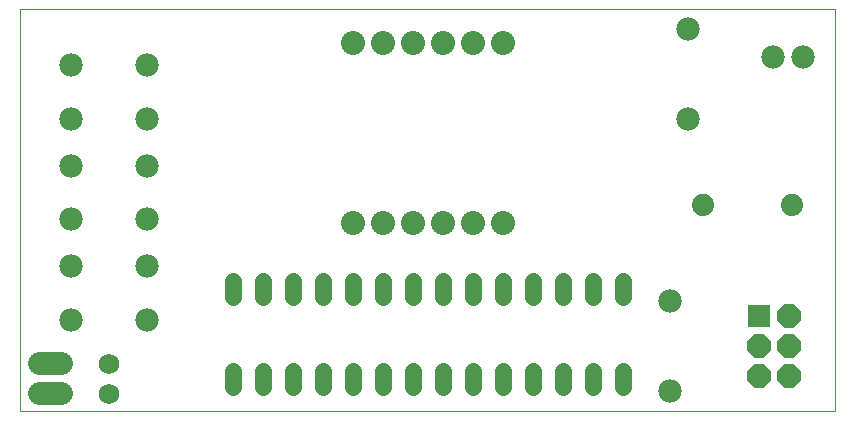
<source format=gbs>
G75*
G70*
%OFA0B0*%
%FSLAX24Y24*%
%IPPOS*%
%LPD*%
%AMOC8*
5,1,8,0,0,1.08239X$1,22.5*
%
%ADD10C,0.0000*%
%ADD11C,0.0800*%
%ADD12C,0.0560*%
%ADD13C,0.0780*%
%ADD14C,0.0690*%
%ADD15C,0.0780*%
%ADD16R,0.0780X0.0780*%
%ADD17OC8,0.0780*%
%ADD18C,0.0740*%
D10*
X000150Y003319D02*
X000150Y016704D01*
X027315Y016704D01*
X027315Y003319D01*
X000150Y003319D01*
D11*
X011233Y009571D03*
X012233Y009571D03*
X013233Y009571D03*
X014233Y009571D03*
X015233Y009571D03*
X016233Y009571D03*
X016233Y015571D03*
X015233Y015571D03*
X014233Y015571D03*
X013233Y015571D03*
X012233Y015571D03*
X011233Y015571D03*
D12*
X011233Y007638D02*
X011233Y007118D01*
X010233Y007118D02*
X010233Y007638D01*
X009233Y007638D02*
X009233Y007118D01*
X008233Y007118D02*
X008233Y007638D01*
X007233Y007638D02*
X007233Y007118D01*
X007233Y004638D02*
X007233Y004118D01*
X008233Y004118D02*
X008233Y004638D01*
X009233Y004638D02*
X009233Y004118D01*
X010233Y004118D02*
X010233Y004638D01*
X011233Y004638D02*
X011233Y004118D01*
X012233Y004118D02*
X012233Y004638D01*
X013233Y004638D02*
X013233Y004118D01*
X014233Y004118D02*
X014233Y004638D01*
X015233Y004638D02*
X015233Y004118D01*
X016233Y004118D02*
X016233Y004638D01*
X017233Y004638D02*
X017233Y004118D01*
X018233Y004118D02*
X018233Y004638D01*
X019233Y004638D02*
X019233Y004118D01*
X020233Y004118D02*
X020233Y004638D01*
X020233Y007118D02*
X020233Y007638D01*
X019233Y007638D02*
X019233Y007118D01*
X018233Y007118D02*
X018233Y007638D01*
X017233Y007638D02*
X017233Y007118D01*
X016233Y007118D02*
X016233Y007638D01*
X015233Y007638D02*
X015233Y007118D01*
X014233Y007118D02*
X014233Y007638D01*
X013233Y007638D02*
X013233Y007118D01*
X012233Y007118D02*
X012233Y007638D01*
D13*
X004383Y008146D03*
X001823Y008146D03*
X001823Y009712D03*
X004383Y009712D03*
X004383Y011492D03*
X004383Y013059D03*
X001823Y013059D03*
X001823Y011492D03*
X001823Y014839D03*
X004383Y014839D03*
X004383Y006366D03*
X001823Y006366D03*
X021804Y006984D03*
X021804Y003984D03*
X022394Y013039D03*
X025241Y015130D03*
X026241Y015130D03*
X022394Y016039D03*
D14*
X003103Y004893D03*
X003103Y003893D03*
D15*
X001504Y003909D02*
X000764Y003909D01*
X000764Y004909D02*
X001504Y004909D01*
D16*
X024770Y006479D03*
D17*
X025770Y006479D03*
X025770Y005479D03*
X024770Y005479D03*
X024770Y004479D03*
X025770Y004479D03*
D18*
X025886Y010199D03*
X022894Y010199D03*
M02*

</source>
